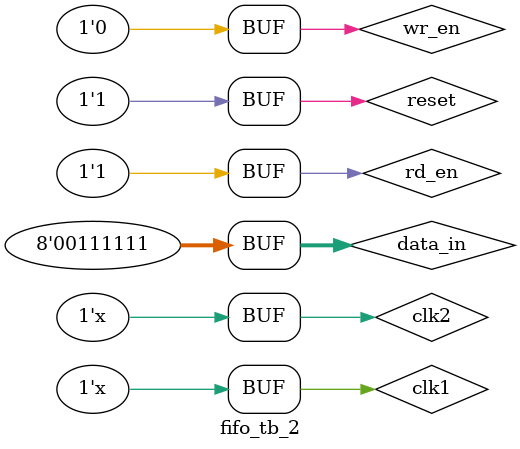
<source format=v>
module fifo_2(data_out,data_in,full,empty,rd_en,wr_en,clk1,clk2,reset);
output reg [7:0] data_out;
input [7:0] data_in;
input rd_en,wr_en,reset;
input clk1;//read for this clock
input clk2;//write for this clock
output full,empty;
integer wr=0,rd=0;
reg [3:0]count=0;
reg[7:0] mem[7:0];

assign empty=(count==0)?1:0;
assign full=(count==8)?1:0;

always @(posedge clk1)
	begin
	if(rd_en==1 && wr_en==0 && empty==0)
	begin
		data_out=mem[rd];
		rd=rd+1;
		count=count-1;
	end
	end

always @(posedge clk2)
	begin
	if(rd_en==0 && wr_en==1 && full==0)
	begin
		mem[wr]=data_in;
		wr=wr+1;
		count=count+1;
		data_out=8'bz;
	end
	end
endmodule

module fifo_tb_2;
reg [7:0]data_in;
reg rd_en,wr_en;
reg clk1,clk2,reset;
wire [7:0]data_out;
wire empty,full;

fifo_2 f2(data_out,data_in,full,empty,rd_en,wr_en,clk1,clk2,reset);

initial begin
clk1=0;clk2=0;reset=1;data_in=8'hef;wr_en=0;rd_en=1;
#70 wr_en=1;rd_en=0;
#60 data_in=8'h5e;
#60 data_in=8'h20;
#60 data_in=8'h12;
#60 data_in=8'h34;
#60 data_in=8'h98;
#60 data_in=8'h65;
#60 data_in=8'hb3;
#60 data_in=8'h24;
#60 data_in=8'ha1;
#60 data_in=8'h3f;

#30 rd_en=1;wr_en=0;
end
initial
begin
$monitor($time,"data_out=%h data_in=%d clk1=%b clk2=%b reset=%b rd_en=%b wr_en=%b full=%b empty=%b memorylist=%p",data_out,data_in,clk1,clk2,reset,
											   rd_en,wr_en,full,empty,f2.mem);
 
end
always #50 clk1=~clk1;
always #30 clk2=~clk2;
endmodule


</source>
